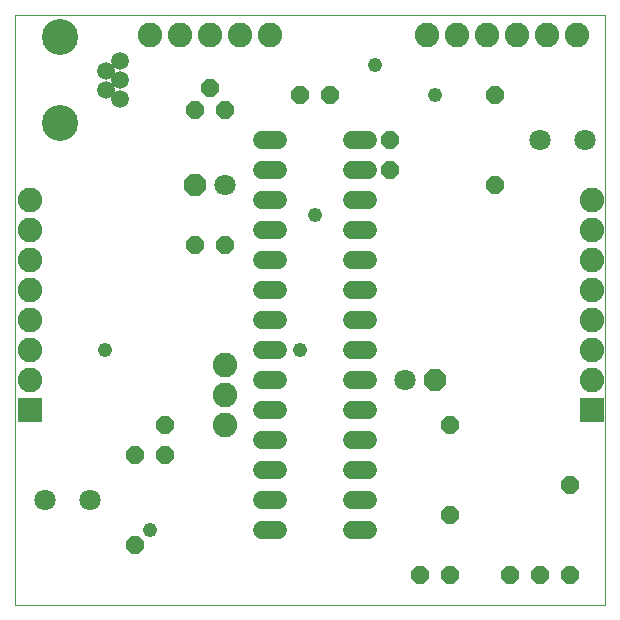
<source format=gts>
G75*
%MOIN*%
%OFA0B0*%
%FSLAX25Y25*%
%IPPOS*%
%LPD*%
%AMOC8*
5,1,8,0,0,1.08239X$1,22.5*
%
%ADD10C,0.00000*%
%ADD11C,0.03162*%
%ADD12OC8,0.06000*%
%ADD13C,0.07100*%
%ADD14OC8,0.07100*%
%ADD15C,0.05950*%
%ADD16C,0.12020*%
%ADD17C,0.08200*%
%ADD18R,0.08200X0.08200*%
%ADD19C,0.06000*%
%ADD20C,0.04762*%
D10*
X0009867Y0011800D02*
X0009867Y0208650D01*
X0206717Y0208650D01*
X0206717Y0011800D01*
X0009867Y0011800D01*
X0033686Y0046800D02*
X0033688Y0046869D01*
X0033694Y0046937D01*
X0033704Y0047005D01*
X0033718Y0047072D01*
X0033736Y0047139D01*
X0033757Y0047204D01*
X0033783Y0047268D01*
X0033812Y0047330D01*
X0033844Y0047390D01*
X0033880Y0047449D01*
X0033920Y0047505D01*
X0033962Y0047559D01*
X0034008Y0047610D01*
X0034057Y0047659D01*
X0034108Y0047705D01*
X0034162Y0047747D01*
X0034218Y0047787D01*
X0034276Y0047823D01*
X0034337Y0047855D01*
X0034399Y0047884D01*
X0034463Y0047910D01*
X0034528Y0047931D01*
X0034595Y0047949D01*
X0034662Y0047963D01*
X0034730Y0047973D01*
X0034798Y0047979D01*
X0034867Y0047981D01*
X0034936Y0047979D01*
X0035004Y0047973D01*
X0035072Y0047963D01*
X0035139Y0047949D01*
X0035206Y0047931D01*
X0035271Y0047910D01*
X0035335Y0047884D01*
X0035397Y0047855D01*
X0035457Y0047823D01*
X0035516Y0047787D01*
X0035572Y0047747D01*
X0035626Y0047705D01*
X0035677Y0047659D01*
X0035726Y0047610D01*
X0035772Y0047559D01*
X0035814Y0047505D01*
X0035854Y0047449D01*
X0035890Y0047390D01*
X0035922Y0047330D01*
X0035951Y0047268D01*
X0035977Y0047204D01*
X0035998Y0047139D01*
X0036016Y0047072D01*
X0036030Y0047005D01*
X0036040Y0046937D01*
X0036046Y0046869D01*
X0036048Y0046800D01*
X0036046Y0046731D01*
X0036040Y0046663D01*
X0036030Y0046595D01*
X0036016Y0046528D01*
X0035998Y0046461D01*
X0035977Y0046396D01*
X0035951Y0046332D01*
X0035922Y0046270D01*
X0035890Y0046209D01*
X0035854Y0046151D01*
X0035814Y0046095D01*
X0035772Y0046041D01*
X0035726Y0045990D01*
X0035677Y0045941D01*
X0035626Y0045895D01*
X0035572Y0045853D01*
X0035516Y0045813D01*
X0035458Y0045777D01*
X0035397Y0045745D01*
X0035335Y0045716D01*
X0035271Y0045690D01*
X0035206Y0045669D01*
X0035139Y0045651D01*
X0035072Y0045637D01*
X0035004Y0045627D01*
X0034936Y0045621D01*
X0034867Y0045619D01*
X0034798Y0045621D01*
X0034730Y0045627D01*
X0034662Y0045637D01*
X0034595Y0045651D01*
X0034528Y0045669D01*
X0034463Y0045690D01*
X0034399Y0045716D01*
X0034337Y0045745D01*
X0034276Y0045777D01*
X0034218Y0045813D01*
X0034162Y0045853D01*
X0034108Y0045895D01*
X0034057Y0045941D01*
X0034008Y0045990D01*
X0033962Y0046041D01*
X0033920Y0046095D01*
X0033880Y0046151D01*
X0033844Y0046209D01*
X0033812Y0046270D01*
X0033783Y0046332D01*
X0033757Y0046396D01*
X0033736Y0046461D01*
X0033718Y0046528D01*
X0033704Y0046595D01*
X0033694Y0046663D01*
X0033688Y0046731D01*
X0033686Y0046800D01*
X0013686Y0076800D02*
X0013688Y0076869D01*
X0013694Y0076937D01*
X0013704Y0077005D01*
X0013718Y0077072D01*
X0013736Y0077139D01*
X0013757Y0077204D01*
X0013783Y0077268D01*
X0013812Y0077330D01*
X0013844Y0077390D01*
X0013880Y0077449D01*
X0013920Y0077505D01*
X0013962Y0077559D01*
X0014008Y0077610D01*
X0014057Y0077659D01*
X0014108Y0077705D01*
X0014162Y0077747D01*
X0014218Y0077787D01*
X0014276Y0077823D01*
X0014337Y0077855D01*
X0014399Y0077884D01*
X0014463Y0077910D01*
X0014528Y0077931D01*
X0014595Y0077949D01*
X0014662Y0077963D01*
X0014730Y0077973D01*
X0014798Y0077979D01*
X0014867Y0077981D01*
X0014936Y0077979D01*
X0015004Y0077973D01*
X0015072Y0077963D01*
X0015139Y0077949D01*
X0015206Y0077931D01*
X0015271Y0077910D01*
X0015335Y0077884D01*
X0015397Y0077855D01*
X0015457Y0077823D01*
X0015516Y0077787D01*
X0015572Y0077747D01*
X0015626Y0077705D01*
X0015677Y0077659D01*
X0015726Y0077610D01*
X0015772Y0077559D01*
X0015814Y0077505D01*
X0015854Y0077449D01*
X0015890Y0077390D01*
X0015922Y0077330D01*
X0015951Y0077268D01*
X0015977Y0077204D01*
X0015998Y0077139D01*
X0016016Y0077072D01*
X0016030Y0077005D01*
X0016040Y0076937D01*
X0016046Y0076869D01*
X0016048Y0076800D01*
X0016046Y0076731D01*
X0016040Y0076663D01*
X0016030Y0076595D01*
X0016016Y0076528D01*
X0015998Y0076461D01*
X0015977Y0076396D01*
X0015951Y0076332D01*
X0015922Y0076270D01*
X0015890Y0076209D01*
X0015854Y0076151D01*
X0015814Y0076095D01*
X0015772Y0076041D01*
X0015726Y0075990D01*
X0015677Y0075941D01*
X0015626Y0075895D01*
X0015572Y0075853D01*
X0015516Y0075813D01*
X0015458Y0075777D01*
X0015397Y0075745D01*
X0015335Y0075716D01*
X0015271Y0075690D01*
X0015206Y0075669D01*
X0015139Y0075651D01*
X0015072Y0075637D01*
X0015004Y0075627D01*
X0014936Y0075621D01*
X0014867Y0075619D01*
X0014798Y0075621D01*
X0014730Y0075627D01*
X0014662Y0075637D01*
X0014595Y0075651D01*
X0014528Y0075669D01*
X0014463Y0075690D01*
X0014399Y0075716D01*
X0014337Y0075745D01*
X0014276Y0075777D01*
X0014218Y0075813D01*
X0014162Y0075853D01*
X0014108Y0075895D01*
X0014057Y0075941D01*
X0014008Y0075990D01*
X0013962Y0076041D01*
X0013920Y0076095D01*
X0013880Y0076151D01*
X0013844Y0076209D01*
X0013812Y0076270D01*
X0013783Y0076332D01*
X0013757Y0076396D01*
X0013736Y0076461D01*
X0013718Y0076528D01*
X0013704Y0076595D01*
X0013694Y0076663D01*
X0013688Y0076731D01*
X0013686Y0076800D01*
X0078686Y0091800D02*
X0078688Y0091869D01*
X0078694Y0091937D01*
X0078704Y0092005D01*
X0078718Y0092072D01*
X0078736Y0092139D01*
X0078757Y0092204D01*
X0078783Y0092268D01*
X0078812Y0092330D01*
X0078844Y0092390D01*
X0078880Y0092449D01*
X0078920Y0092505D01*
X0078962Y0092559D01*
X0079008Y0092610D01*
X0079057Y0092659D01*
X0079108Y0092705D01*
X0079162Y0092747D01*
X0079218Y0092787D01*
X0079276Y0092823D01*
X0079337Y0092855D01*
X0079399Y0092884D01*
X0079463Y0092910D01*
X0079528Y0092931D01*
X0079595Y0092949D01*
X0079662Y0092963D01*
X0079730Y0092973D01*
X0079798Y0092979D01*
X0079867Y0092981D01*
X0079936Y0092979D01*
X0080004Y0092973D01*
X0080072Y0092963D01*
X0080139Y0092949D01*
X0080206Y0092931D01*
X0080271Y0092910D01*
X0080335Y0092884D01*
X0080397Y0092855D01*
X0080457Y0092823D01*
X0080516Y0092787D01*
X0080572Y0092747D01*
X0080626Y0092705D01*
X0080677Y0092659D01*
X0080726Y0092610D01*
X0080772Y0092559D01*
X0080814Y0092505D01*
X0080854Y0092449D01*
X0080890Y0092390D01*
X0080922Y0092330D01*
X0080951Y0092268D01*
X0080977Y0092204D01*
X0080998Y0092139D01*
X0081016Y0092072D01*
X0081030Y0092005D01*
X0081040Y0091937D01*
X0081046Y0091869D01*
X0081048Y0091800D01*
X0081046Y0091731D01*
X0081040Y0091663D01*
X0081030Y0091595D01*
X0081016Y0091528D01*
X0080998Y0091461D01*
X0080977Y0091396D01*
X0080951Y0091332D01*
X0080922Y0091270D01*
X0080890Y0091209D01*
X0080854Y0091151D01*
X0080814Y0091095D01*
X0080772Y0091041D01*
X0080726Y0090990D01*
X0080677Y0090941D01*
X0080626Y0090895D01*
X0080572Y0090853D01*
X0080516Y0090813D01*
X0080458Y0090777D01*
X0080397Y0090745D01*
X0080335Y0090716D01*
X0080271Y0090690D01*
X0080206Y0090669D01*
X0080139Y0090651D01*
X0080072Y0090637D01*
X0080004Y0090627D01*
X0079936Y0090621D01*
X0079867Y0090619D01*
X0079798Y0090621D01*
X0079730Y0090627D01*
X0079662Y0090637D01*
X0079595Y0090651D01*
X0079528Y0090669D01*
X0079463Y0090690D01*
X0079399Y0090716D01*
X0079337Y0090745D01*
X0079276Y0090777D01*
X0079218Y0090813D01*
X0079162Y0090853D01*
X0079108Y0090895D01*
X0079057Y0090941D01*
X0079008Y0090990D01*
X0078962Y0091041D01*
X0078920Y0091095D01*
X0078880Y0091151D01*
X0078844Y0091209D01*
X0078812Y0091270D01*
X0078783Y0091332D01*
X0078757Y0091396D01*
X0078736Y0091461D01*
X0078718Y0091528D01*
X0078704Y0091595D01*
X0078694Y0091663D01*
X0078688Y0091731D01*
X0078686Y0091800D01*
X0153686Y0041800D02*
X0153688Y0041869D01*
X0153694Y0041937D01*
X0153704Y0042005D01*
X0153718Y0042072D01*
X0153736Y0042139D01*
X0153757Y0042204D01*
X0153783Y0042268D01*
X0153812Y0042330D01*
X0153844Y0042390D01*
X0153880Y0042449D01*
X0153920Y0042505D01*
X0153962Y0042559D01*
X0154008Y0042610D01*
X0154057Y0042659D01*
X0154108Y0042705D01*
X0154162Y0042747D01*
X0154218Y0042787D01*
X0154276Y0042823D01*
X0154337Y0042855D01*
X0154399Y0042884D01*
X0154463Y0042910D01*
X0154528Y0042931D01*
X0154595Y0042949D01*
X0154662Y0042963D01*
X0154730Y0042973D01*
X0154798Y0042979D01*
X0154867Y0042981D01*
X0154936Y0042979D01*
X0155004Y0042973D01*
X0155072Y0042963D01*
X0155139Y0042949D01*
X0155206Y0042931D01*
X0155271Y0042910D01*
X0155335Y0042884D01*
X0155397Y0042855D01*
X0155457Y0042823D01*
X0155516Y0042787D01*
X0155572Y0042747D01*
X0155626Y0042705D01*
X0155677Y0042659D01*
X0155726Y0042610D01*
X0155772Y0042559D01*
X0155814Y0042505D01*
X0155854Y0042449D01*
X0155890Y0042390D01*
X0155922Y0042330D01*
X0155951Y0042268D01*
X0155977Y0042204D01*
X0155998Y0042139D01*
X0156016Y0042072D01*
X0156030Y0042005D01*
X0156040Y0041937D01*
X0156046Y0041869D01*
X0156048Y0041800D01*
X0156046Y0041731D01*
X0156040Y0041663D01*
X0156030Y0041595D01*
X0156016Y0041528D01*
X0155998Y0041461D01*
X0155977Y0041396D01*
X0155951Y0041332D01*
X0155922Y0041270D01*
X0155890Y0041209D01*
X0155854Y0041151D01*
X0155814Y0041095D01*
X0155772Y0041041D01*
X0155726Y0040990D01*
X0155677Y0040941D01*
X0155626Y0040895D01*
X0155572Y0040853D01*
X0155516Y0040813D01*
X0155458Y0040777D01*
X0155397Y0040745D01*
X0155335Y0040716D01*
X0155271Y0040690D01*
X0155206Y0040669D01*
X0155139Y0040651D01*
X0155072Y0040637D01*
X0155004Y0040627D01*
X0154936Y0040621D01*
X0154867Y0040619D01*
X0154798Y0040621D01*
X0154730Y0040627D01*
X0154662Y0040637D01*
X0154595Y0040651D01*
X0154528Y0040669D01*
X0154463Y0040690D01*
X0154399Y0040716D01*
X0154337Y0040745D01*
X0154276Y0040777D01*
X0154218Y0040813D01*
X0154162Y0040853D01*
X0154108Y0040895D01*
X0154057Y0040941D01*
X0154008Y0040990D01*
X0153962Y0041041D01*
X0153920Y0041095D01*
X0153880Y0041151D01*
X0153844Y0041209D01*
X0153812Y0041270D01*
X0153783Y0041332D01*
X0153757Y0041396D01*
X0153736Y0041461D01*
X0153718Y0041528D01*
X0153704Y0041595D01*
X0153694Y0041663D01*
X0153688Y0041731D01*
X0153686Y0041800D01*
X0198686Y0166800D02*
X0198688Y0166869D01*
X0198694Y0166937D01*
X0198704Y0167005D01*
X0198718Y0167072D01*
X0198736Y0167139D01*
X0198757Y0167204D01*
X0198783Y0167268D01*
X0198812Y0167330D01*
X0198844Y0167390D01*
X0198880Y0167449D01*
X0198920Y0167505D01*
X0198962Y0167559D01*
X0199008Y0167610D01*
X0199057Y0167659D01*
X0199108Y0167705D01*
X0199162Y0167747D01*
X0199218Y0167787D01*
X0199276Y0167823D01*
X0199337Y0167855D01*
X0199399Y0167884D01*
X0199463Y0167910D01*
X0199528Y0167931D01*
X0199595Y0167949D01*
X0199662Y0167963D01*
X0199730Y0167973D01*
X0199798Y0167979D01*
X0199867Y0167981D01*
X0199936Y0167979D01*
X0200004Y0167973D01*
X0200072Y0167963D01*
X0200139Y0167949D01*
X0200206Y0167931D01*
X0200271Y0167910D01*
X0200335Y0167884D01*
X0200397Y0167855D01*
X0200457Y0167823D01*
X0200516Y0167787D01*
X0200572Y0167747D01*
X0200626Y0167705D01*
X0200677Y0167659D01*
X0200726Y0167610D01*
X0200772Y0167559D01*
X0200814Y0167505D01*
X0200854Y0167449D01*
X0200890Y0167390D01*
X0200922Y0167330D01*
X0200951Y0167268D01*
X0200977Y0167204D01*
X0200998Y0167139D01*
X0201016Y0167072D01*
X0201030Y0167005D01*
X0201040Y0166937D01*
X0201046Y0166869D01*
X0201048Y0166800D01*
X0201046Y0166731D01*
X0201040Y0166663D01*
X0201030Y0166595D01*
X0201016Y0166528D01*
X0200998Y0166461D01*
X0200977Y0166396D01*
X0200951Y0166332D01*
X0200922Y0166270D01*
X0200890Y0166209D01*
X0200854Y0166151D01*
X0200814Y0166095D01*
X0200772Y0166041D01*
X0200726Y0165990D01*
X0200677Y0165941D01*
X0200626Y0165895D01*
X0200572Y0165853D01*
X0200516Y0165813D01*
X0200458Y0165777D01*
X0200397Y0165745D01*
X0200335Y0165716D01*
X0200271Y0165690D01*
X0200206Y0165669D01*
X0200139Y0165651D01*
X0200072Y0165637D01*
X0200004Y0165627D01*
X0199936Y0165621D01*
X0199867Y0165619D01*
X0199798Y0165621D01*
X0199730Y0165627D01*
X0199662Y0165637D01*
X0199595Y0165651D01*
X0199528Y0165669D01*
X0199463Y0165690D01*
X0199399Y0165716D01*
X0199337Y0165745D01*
X0199276Y0165777D01*
X0199218Y0165813D01*
X0199162Y0165853D01*
X0199108Y0165895D01*
X0199057Y0165941D01*
X0199008Y0165990D01*
X0198962Y0166041D01*
X0198920Y0166095D01*
X0198880Y0166151D01*
X0198844Y0166209D01*
X0198812Y0166270D01*
X0198783Y0166332D01*
X0198757Y0166396D01*
X0198736Y0166461D01*
X0198718Y0166528D01*
X0198704Y0166595D01*
X0198694Y0166663D01*
X0198688Y0166731D01*
X0198686Y0166800D01*
X0093686Y0201800D02*
X0093688Y0201869D01*
X0093694Y0201937D01*
X0093704Y0202005D01*
X0093718Y0202072D01*
X0093736Y0202139D01*
X0093757Y0202204D01*
X0093783Y0202268D01*
X0093812Y0202330D01*
X0093844Y0202390D01*
X0093880Y0202449D01*
X0093920Y0202505D01*
X0093962Y0202559D01*
X0094008Y0202610D01*
X0094057Y0202659D01*
X0094108Y0202705D01*
X0094162Y0202747D01*
X0094218Y0202787D01*
X0094276Y0202823D01*
X0094337Y0202855D01*
X0094399Y0202884D01*
X0094463Y0202910D01*
X0094528Y0202931D01*
X0094595Y0202949D01*
X0094662Y0202963D01*
X0094730Y0202973D01*
X0094798Y0202979D01*
X0094867Y0202981D01*
X0094936Y0202979D01*
X0095004Y0202973D01*
X0095072Y0202963D01*
X0095139Y0202949D01*
X0095206Y0202931D01*
X0095271Y0202910D01*
X0095335Y0202884D01*
X0095397Y0202855D01*
X0095457Y0202823D01*
X0095516Y0202787D01*
X0095572Y0202747D01*
X0095626Y0202705D01*
X0095677Y0202659D01*
X0095726Y0202610D01*
X0095772Y0202559D01*
X0095814Y0202505D01*
X0095854Y0202449D01*
X0095890Y0202390D01*
X0095922Y0202330D01*
X0095951Y0202268D01*
X0095977Y0202204D01*
X0095998Y0202139D01*
X0096016Y0202072D01*
X0096030Y0202005D01*
X0096040Y0201937D01*
X0096046Y0201869D01*
X0096048Y0201800D01*
X0096046Y0201731D01*
X0096040Y0201663D01*
X0096030Y0201595D01*
X0096016Y0201528D01*
X0095998Y0201461D01*
X0095977Y0201396D01*
X0095951Y0201332D01*
X0095922Y0201270D01*
X0095890Y0201209D01*
X0095854Y0201151D01*
X0095814Y0201095D01*
X0095772Y0201041D01*
X0095726Y0200990D01*
X0095677Y0200941D01*
X0095626Y0200895D01*
X0095572Y0200853D01*
X0095516Y0200813D01*
X0095458Y0200777D01*
X0095397Y0200745D01*
X0095335Y0200716D01*
X0095271Y0200690D01*
X0095206Y0200669D01*
X0095139Y0200651D01*
X0095072Y0200637D01*
X0095004Y0200627D01*
X0094936Y0200621D01*
X0094867Y0200619D01*
X0094798Y0200621D01*
X0094730Y0200627D01*
X0094662Y0200637D01*
X0094595Y0200651D01*
X0094528Y0200669D01*
X0094463Y0200690D01*
X0094399Y0200716D01*
X0094337Y0200745D01*
X0094276Y0200777D01*
X0094218Y0200813D01*
X0094162Y0200853D01*
X0094108Y0200895D01*
X0094057Y0200941D01*
X0094008Y0200990D01*
X0093962Y0201041D01*
X0093920Y0201095D01*
X0093880Y0201151D01*
X0093844Y0201209D01*
X0093812Y0201270D01*
X0093783Y0201332D01*
X0093757Y0201396D01*
X0093736Y0201461D01*
X0093718Y0201528D01*
X0093704Y0201595D01*
X0093694Y0201663D01*
X0093688Y0201731D01*
X0093686Y0201800D01*
D11*
X0094867Y0201800D03*
X0199867Y0166800D03*
X0079867Y0091800D03*
X0034867Y0046800D03*
X0014867Y0076800D03*
X0154867Y0041800D03*
D12*
X0154867Y0041800D03*
X0154867Y0021800D03*
X0144867Y0021800D03*
X0174867Y0021800D03*
X0184867Y0021800D03*
X0194867Y0021800D03*
X0194867Y0051800D03*
X0154867Y0071800D03*
X0079867Y0131800D03*
X0069867Y0131800D03*
X0069867Y0176800D03*
X0074867Y0184300D03*
X0079867Y0176800D03*
X0104867Y0181800D03*
X0114867Y0181800D03*
X0134867Y0166800D03*
X0134867Y0156800D03*
X0169867Y0151800D03*
X0169867Y0181800D03*
X0059867Y0071800D03*
X0059867Y0061800D03*
X0049867Y0061800D03*
X0049867Y0031800D03*
D13*
X0034867Y0046800D03*
X0019867Y0046800D03*
X0079867Y0151800D03*
X0139867Y0086800D03*
X0184867Y0166800D03*
X0199867Y0166800D03*
D14*
X0149867Y0086800D03*
X0069867Y0151800D03*
D15*
X0044945Y0180501D03*
X0040221Y0183650D03*
X0044945Y0186800D03*
X0040221Y0189950D03*
X0044945Y0193099D03*
D16*
X0024867Y0201170D03*
X0024867Y0172430D03*
D17*
X0014867Y0146800D03*
X0014867Y0136800D03*
X0014867Y0126800D03*
X0014867Y0116800D03*
X0014867Y0106800D03*
X0014867Y0096800D03*
X0014867Y0086800D03*
X0079867Y0081800D03*
X0079867Y0071800D03*
X0079867Y0091800D03*
X0084867Y0201800D03*
X0094867Y0201800D03*
X0074867Y0201800D03*
X0064867Y0201800D03*
X0054867Y0201800D03*
X0147367Y0201800D03*
X0157367Y0201800D03*
X0167367Y0201800D03*
X0177367Y0201800D03*
X0187367Y0201800D03*
X0197367Y0201800D03*
X0202367Y0146800D03*
X0202367Y0136800D03*
X0202367Y0126800D03*
X0202367Y0116800D03*
X0202367Y0106800D03*
X0202367Y0096800D03*
X0202367Y0086800D03*
D18*
X0202367Y0076800D03*
X0014867Y0076800D03*
D19*
X0092267Y0076800D02*
X0097467Y0076800D01*
X0097467Y0086800D02*
X0092267Y0086800D01*
X0092267Y0096800D02*
X0097467Y0096800D01*
X0097467Y0106800D02*
X0092267Y0106800D01*
X0092267Y0116800D02*
X0097467Y0116800D01*
X0097467Y0126800D02*
X0092267Y0126800D01*
X0092267Y0136800D02*
X0097467Y0136800D01*
X0097467Y0146800D02*
X0092267Y0146800D01*
X0092267Y0156800D02*
X0097467Y0156800D01*
X0097467Y0166800D02*
X0092267Y0166800D01*
X0122267Y0166800D02*
X0127467Y0166800D01*
X0127467Y0156800D02*
X0122267Y0156800D01*
X0122267Y0146800D02*
X0127467Y0146800D01*
X0127467Y0136800D02*
X0122267Y0136800D01*
X0122267Y0126800D02*
X0127467Y0126800D01*
X0127467Y0116800D02*
X0122267Y0116800D01*
X0122267Y0106800D02*
X0127467Y0106800D01*
X0127467Y0096800D02*
X0122267Y0096800D01*
X0122267Y0086800D02*
X0127467Y0086800D01*
X0127467Y0076800D02*
X0122267Y0076800D01*
X0122267Y0066800D02*
X0127467Y0066800D01*
X0127467Y0056800D02*
X0122267Y0056800D01*
X0122267Y0046800D02*
X0127467Y0046800D01*
X0127467Y0036800D02*
X0122267Y0036800D01*
X0097467Y0036800D02*
X0092267Y0036800D01*
X0092267Y0046800D02*
X0097467Y0046800D01*
X0097467Y0056800D02*
X0092267Y0056800D01*
X0092267Y0066800D02*
X0097467Y0066800D01*
D20*
X0104867Y0096800D03*
X0109867Y0141800D03*
X0149867Y0181800D03*
X0129867Y0191800D03*
X0129867Y0191800D03*
X0039867Y0096800D03*
X0049867Y0061800D03*
X0054867Y0036800D03*
M02*

</source>
